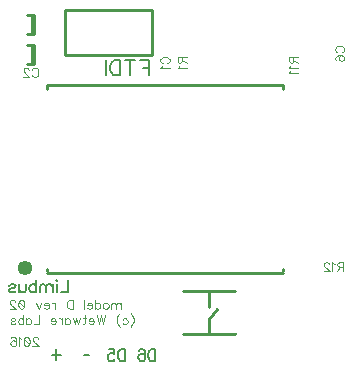
<source format=gbo>
G04 DipTrace 3.0.0.1*
G04 Limbus-modelD-rev02.GBO*
%MOMM*%
G04 #@! TF.FileFunction,Legend,Bot*
G04 #@! TF.Part,Single*
%ADD10C,0.25*%
%ADD40O,1.26985X1.26927*%
%ADD90C,0.11765*%
%ADD91C,0.15686*%
%ADD92C,0.19608*%
%FSLAX35Y35*%
G04*
G71*
G90*
G75*
G01*
G04 BotSilk*
%LPD*%
X2618889Y1645000D2*
D10*
X3051111D1*
X2618889Y1285000D2*
X3051111D1*
X3065000D2*
D3*
X1337292Y3571483D2*
Y3731323D1*
X1356204Y3571483D2*
Y3731323D1*
Y3571483D2*
X1296396D1*
X1356204Y3731323D2*
X1296396D1*
X1337292Y3825510D2*
Y3985350D1*
X1356204Y3825510D2*
Y3985350D1*
Y3825510D2*
X1296396D1*
X1356204Y3985350D2*
X1296396D1*
X2348130Y4029000D2*
X1617863D1*
Y3648000D1*
X2348130D1*
Y4029000D1*
X2710011Y1285021D2*
X2959989D1*
X2710011Y1644979D2*
X2959989D1*
X2835000Y1634983D2*
Y1514980D1*
Y1410022D2*
X2905028Y1494988D1*
X2835000Y1405024D2*
Y1285021D1*
X1465019Y1814017D2*
Y1837051D1*
X3464917Y3384015D2*
Y3360981D1*
X1465019Y3394002D2*
X3464917D1*
X1465019Y1804030D2*
X3464917D1*
X1465019Y3360981D2*
Y3384015D1*
X3464917Y1814017D2*
Y1837051D1*
D40*
X1275493Y1846715D3*
X2442105Y3576064D2*
D90*
X2434861Y3579686D1*
X2427533Y3587014D1*
X2423912Y3594258D1*
Y3608830D1*
X2427533Y3616158D1*
X2434862Y3623402D1*
X2442105Y3627108D1*
X2453055Y3630730D1*
X2471333D1*
X2482199Y3627108D1*
X2489527Y3623402D1*
X2496771Y3616158D1*
X2500477Y3608830D1*
Y3594258D1*
X2496771Y3587014D1*
X2489527Y3579686D1*
X2482199Y3576064D1*
X2438568Y3552535D2*
X2434861Y3545207D1*
X2423996Y3534257D1*
X2500477D1*
X1336254Y3519801D2*
X1339876Y3527045D1*
X1347204Y3534373D1*
X1354448Y3537995D1*
X1369020D1*
X1376348Y3534373D1*
X1383591Y3527045D1*
X1387298Y3519801D1*
X1390920Y3508851D1*
Y3490573D1*
X1387298Y3479708D1*
X1383591Y3472380D1*
X1376348Y3465136D1*
X1369020Y3461430D1*
X1354448D1*
X1347204Y3465136D1*
X1339876Y3472380D1*
X1336254Y3479708D1*
X1309018Y3519717D2*
Y3523339D1*
X1305396Y3530667D1*
X1301774Y3534289D1*
X1294446Y3537911D1*
X1279874D1*
X1272630Y3534289D1*
X1269009Y3530667D1*
X1265302Y3523339D1*
Y3516095D1*
X1269009Y3508767D1*
X1276252Y3497901D1*
X1312724Y3461430D1*
X1261680D1*
X3921602Y3668101D2*
X3914358Y3671723D1*
X3907030Y3679051D1*
X3903408Y3686295D1*
Y3700867D1*
X3907030Y3708195D1*
X3914358Y3715438D1*
X3921602Y3719145D1*
X3932552Y3722767D1*
X3950830Y3722766D1*
X3961696Y3719145D1*
X3969024Y3715438D1*
X3976268Y3708195D1*
X3979974Y3700866D1*
Y3686295D1*
X3976268Y3679051D1*
X3969024Y3671723D1*
X3961696Y3668101D1*
X3914358Y3600856D2*
X3907114Y3604478D1*
X3903492Y3615428D1*
Y3622672D1*
X3907114Y3633622D1*
X3918064Y3640950D1*
X3936258Y3644571D1*
X3954452D1*
X3969024Y3640949D1*
X3976352Y3633621D1*
X3979974Y3622671D1*
Y3619050D1*
X3976352Y3608184D1*
X3969024Y3600856D1*
X3958074Y3597234D1*
X3954452D1*
X3943502Y3600856D1*
X3936258Y3608184D1*
X3932636Y3619050D1*
Y3622672D1*
X3936258Y3633622D1*
X3943502Y3640950D1*
X3954452Y3644571D1*
X2605380Y3630676D2*
Y3597910D1*
X2601674Y3586960D1*
X2598052Y3583254D1*
X2590808Y3579632D1*
X2583480D1*
X2576236Y3583254D1*
X2572530Y3586960D1*
X2568908Y3597910D1*
Y3630676D1*
X2645474D1*
X2605380Y3605154D2*
X2645474Y3579632D1*
X2583564Y3556103D2*
X2579858Y3548775D1*
X2568992Y3537825D1*
X2645474D1*
X3549880Y3632329D2*
Y3599564D1*
X3546174Y3588614D1*
X3542552Y3584908D1*
X3535308Y3581286D1*
X3527980D1*
X3520736Y3584908D1*
X3517030Y3588614D1*
X3513408Y3599564D1*
Y3632330D1*
X3589974Y3632329D1*
X3549880Y3606808D2*
X3589974Y3581286D1*
X3528064Y3557756D2*
X3524358Y3550428D1*
X3513492Y3539478D1*
X3589974D1*
X3528064Y3515949D2*
X3524358Y3508621D1*
X3513492Y3497671D1*
X3589974D1*
X3972649Y1855447D2*
X3939883D1*
X3928933Y1859153D1*
X3925227Y1862775D1*
X3921605Y1870019D1*
Y1877347D1*
X3925227Y1884591D1*
X3928933Y1888297D1*
X3939883Y1891919D1*
X3972649D1*
Y1815353D1*
X3947127Y1855447D2*
X3921605Y1815353D1*
X3898076Y1877262D2*
X3890748Y1880969D1*
X3879798Y1891834D1*
Y1815353D1*
X3852562Y1873641D2*
Y1877262D1*
X3848940Y1884591D1*
X3845318Y1888212D1*
X3837990Y1891834D1*
X3823418D1*
X3816174Y1888212D1*
X3812552Y1884591D1*
X3808846Y1877262D1*
Y1870019D1*
X3812552Y1862691D1*
X3819796Y1851825D1*
X3856268Y1815353D1*
X3805224D1*
X1641635Y1738110D2*
D91*
Y1636022D1*
X1583347D1*
X1551975Y1738110D2*
X1547145Y1733281D1*
X1542204Y1738110D1*
X1547145Y1743051D1*
X1551975Y1738110D1*
X1547145Y1704081D2*
Y1636022D1*
X1510831Y1704081D2*
Y1636022D1*
Y1684651D2*
X1496231Y1699251D1*
X1486461Y1704081D1*
X1471973D1*
X1462202Y1699251D1*
X1457373Y1684651D1*
Y1636022D1*
Y1684651D2*
X1442773Y1699251D1*
X1433002Y1704081D1*
X1418514D1*
X1408744Y1699251D1*
X1403802Y1684651D1*
Y1636022D1*
X1372430Y1738110D2*
Y1636022D1*
Y1689481D2*
X1362659Y1699251D1*
X1353000Y1704081D1*
X1338400D1*
X1328742Y1699251D1*
X1318971Y1689481D1*
X1314142Y1674881D1*
Y1665222D1*
X1318971Y1650622D1*
X1328742Y1640964D1*
X1338400Y1636022D1*
X1353000D1*
X1362659Y1640964D1*
X1372430Y1650622D1*
X1282769Y1704081D2*
Y1655451D1*
X1277940Y1640964D1*
X1268169Y1636022D1*
X1253569D1*
X1243911Y1640964D1*
X1229311Y1655451D1*
Y1704081D2*
Y1636022D1*
X1144480Y1689481D2*
X1149309Y1699251D1*
X1163909Y1704081D1*
X1178509D1*
X1193109Y1699251D1*
X1197938Y1689481D1*
X1193109Y1679822D1*
X1183338Y1674881D1*
X1159080Y1670051D1*
X1149309Y1665222D1*
X1144480Y1655451D1*
Y1650622D1*
X1149309Y1640964D1*
X1163909Y1636022D1*
X1178509D1*
X1193109Y1640964D1*
X1197938Y1650622D1*
X2089057Y1548690D2*
D90*
Y1497646D1*
Y1534118D2*
X2078107Y1545068D1*
X2070779Y1548690D1*
X2059913D1*
X2052585Y1545068D1*
X2048963Y1534118D1*
Y1497646D1*
Y1534118D2*
X2038013Y1545068D1*
X2030685Y1548690D1*
X2019819D1*
X2012491Y1545068D1*
X2008785Y1534118D1*
Y1497646D1*
X1967061Y1548690D2*
X1974305Y1545068D1*
X1981633Y1537740D1*
X1985255Y1526790D1*
Y1519546D1*
X1981633Y1508596D1*
X1974305Y1501352D1*
X1967061Y1497646D1*
X1956111D1*
X1948783Y1501352D1*
X1941540Y1508596D1*
X1937833Y1519546D1*
Y1526790D1*
X1941540Y1537740D1*
X1948783Y1545068D1*
X1956111Y1548690D1*
X1967061D1*
X1870588Y1574212D2*
Y1497646D1*
Y1537740D2*
X1877832Y1545068D1*
X1885160Y1548690D1*
X1896110D1*
X1903354Y1545068D1*
X1910682Y1537740D1*
X1914304Y1526790D1*
Y1519546D1*
X1910682Y1508596D1*
X1903354Y1501352D1*
X1896110Y1497646D1*
X1885160D1*
X1877832Y1501352D1*
X1870588Y1508596D1*
X1847059Y1526790D2*
X1803343D1*
Y1534118D1*
X1806965Y1541446D1*
X1810587Y1545068D1*
X1817915Y1548690D1*
X1828865D1*
X1836109Y1545068D1*
X1843437Y1537740D1*
X1847059Y1526790D1*
Y1519546D1*
X1843437Y1508596D1*
X1836109Y1501352D1*
X1828865Y1497646D1*
X1817915D1*
X1810587Y1501352D1*
X1803343Y1508596D1*
X1779814Y1574212D2*
Y1497646D1*
X1682216Y1574212D2*
Y1497646D1*
X1656694D1*
X1645744Y1501352D1*
X1638416Y1508596D1*
X1634794Y1515924D1*
X1631172Y1526790D1*
Y1545068D1*
X1634794Y1556018D1*
X1638416Y1563262D1*
X1645744Y1570590D1*
X1656694Y1574212D1*
X1682216D1*
X1533575Y1548690D2*
Y1497646D1*
Y1526790D2*
X1529869Y1537740D1*
X1522625Y1545068D1*
X1515297Y1548690D1*
X1504347D1*
X1480818Y1526790D2*
X1437102D1*
Y1534118D1*
X1440724Y1541446D1*
X1444346Y1545068D1*
X1451674Y1548690D1*
X1462624D1*
X1469868Y1545068D1*
X1477196Y1537740D1*
X1480818Y1526790D1*
Y1519546D1*
X1477196Y1508596D1*
X1469868Y1501352D1*
X1462624Y1497646D1*
X1451674D1*
X1444346Y1501352D1*
X1437102Y1508596D1*
X1413573Y1548690D2*
X1391673Y1497646D1*
X1369857Y1548690D1*
X1250359Y1574127D2*
X1261309Y1570505D1*
X1268638Y1559555D1*
X1272259Y1541362D1*
Y1530412D1*
X1268638Y1512218D1*
X1261309Y1501268D1*
X1250359Y1497646D1*
X1243116D1*
X1232166Y1501268D1*
X1224922Y1512218D1*
X1221216Y1530412D1*
Y1541362D1*
X1224922Y1559555D1*
X1232166Y1570505D1*
X1243116Y1574127D1*
X1250359D1*
X1224922Y1559555D2*
X1268638Y1512218D1*
X1193980Y1555934D2*
Y1559555D1*
X1190358Y1566884D1*
X1186736Y1570505D1*
X1179408Y1574127D1*
X1164836D1*
X1157592Y1570505D1*
X1153970Y1566884D1*
X1150264Y1559555D1*
Y1552312D1*
X1153970Y1544984D1*
X1161214Y1534118D1*
X1197686Y1497646D1*
X1146642D1*
X1387655Y1241040D2*
Y1244662D1*
X1384033Y1251990D1*
X1380411Y1255612D1*
X1373083Y1259234D1*
X1358511D1*
X1351267Y1255612D1*
X1347645Y1251990D1*
X1343939Y1244662D1*
Y1237418D1*
X1347645Y1230090D1*
X1354889Y1219224D1*
X1391361Y1182753D1*
X1340317D1*
X1294887Y1259234D2*
X1305837Y1255612D1*
X1313166Y1244662D1*
X1316787Y1226468D1*
Y1215518D1*
X1313166Y1197324D1*
X1305837Y1186374D1*
X1294887Y1182753D1*
X1287644D1*
X1276694Y1186374D1*
X1269450Y1197324D1*
X1265744Y1215518D1*
Y1226468D1*
X1269450Y1244662D1*
X1276694Y1255612D1*
X1287644Y1259234D1*
X1294887D1*
X1269450Y1244662D2*
X1313166Y1197324D1*
X1242214Y1244662D2*
X1234886Y1248368D1*
X1223936Y1259234D1*
Y1182753D1*
X1156691Y1248368D2*
X1160313Y1255612D1*
X1171263Y1259234D1*
X1178507D1*
X1189457Y1255612D1*
X1196785Y1244662D1*
X1200407Y1226468D1*
Y1208274D1*
X1196785Y1193703D1*
X1189457Y1186374D1*
X1178507Y1182753D1*
X1174885D1*
X1164019Y1186374D1*
X1156691Y1193703D1*
X1153069Y1204653D1*
Y1208274D1*
X1156691Y1219224D1*
X1164019Y1226468D1*
X1174885Y1230090D1*
X1178507D1*
X1189457Y1226468D1*
X1196785Y1219224D1*
X1200407Y1208274D1*
X2170701Y1463381D2*
X2178029Y1456137D1*
X2185273Y1445187D1*
X2192601Y1430615D1*
X2196223Y1412337D1*
Y1397765D1*
X2192601Y1379571D1*
X2185273Y1364999D1*
X2178029Y1354049D1*
X2170701Y1346806D1*
X2103372Y1406946D2*
X2110700Y1414274D1*
X2118028Y1417896D1*
X2128893D1*
X2136222Y1414274D1*
X2143465Y1406946D1*
X2147172Y1395996D1*
Y1388753D1*
X2143465Y1377803D1*
X2136222Y1370559D1*
X2128893Y1366853D1*
X2118028D1*
X2110700Y1370559D1*
X2103372Y1377803D1*
X2079842Y1463381D2*
X2072514Y1456137D1*
X2065270Y1445187D1*
X2057942Y1430615D1*
X2054320Y1412337D1*
Y1397765D1*
X2057942Y1379571D1*
X2065270Y1364999D1*
X2072514Y1354049D1*
X2079842Y1346806D1*
X1956723Y1443418D2*
X1938445Y1366853D1*
X1920251Y1443418D1*
X1902057Y1366853D1*
X1883779Y1443418D1*
X1860250Y1395996D2*
X1816534D1*
Y1403324D1*
X1820156Y1410653D1*
X1823778Y1414274D1*
X1831106Y1417896D1*
X1842056D1*
X1849300Y1414274D1*
X1856628Y1406946D1*
X1860250Y1395996D1*
Y1388753D1*
X1856628Y1377803D1*
X1849300Y1370559D1*
X1842056Y1366853D1*
X1831106D1*
X1823778Y1370559D1*
X1816534Y1377803D1*
X1782054Y1443418D2*
Y1381424D1*
X1778433Y1370559D1*
X1771104Y1366853D1*
X1763861D1*
X1793004Y1417896D2*
X1767483D1*
X1740331D2*
X1725759Y1366853D1*
X1711187Y1417896D1*
X1696615Y1366853D1*
X1682044Y1417896D1*
X1614798D2*
Y1366853D1*
Y1406946D2*
X1622042Y1414274D1*
X1629370Y1417896D1*
X1640236D1*
X1647564Y1414274D1*
X1654808Y1406946D1*
X1658514Y1395996D1*
Y1388753D1*
X1654808Y1377803D1*
X1647564Y1370559D1*
X1640236Y1366853D1*
X1629370D1*
X1622042Y1370559D1*
X1614798Y1377803D1*
X1591269Y1417896D2*
Y1366853D1*
Y1395996D2*
X1587563Y1406946D1*
X1580319Y1414274D1*
X1572991Y1417896D1*
X1562041D1*
X1538511Y1395996D2*
X1494796D1*
Y1403324D1*
X1498418Y1410653D1*
X1502040Y1414274D1*
X1509368Y1417896D1*
X1520318D1*
X1527561Y1414274D1*
X1534890Y1406946D1*
X1538511Y1395996D1*
Y1388753D1*
X1534890Y1377803D1*
X1527561Y1370559D1*
X1520318Y1366853D1*
X1509368D1*
X1502040Y1370559D1*
X1494796Y1377803D1*
X1397198Y1443418D2*
Y1366853D1*
X1353483D1*
X1286237Y1417896D2*
Y1366853D1*
Y1406946D2*
X1293481Y1414274D1*
X1300809Y1417896D1*
X1311675D1*
X1319003Y1414274D1*
X1326247Y1406946D1*
X1329953Y1395996D1*
Y1388753D1*
X1326247Y1377803D1*
X1319003Y1370559D1*
X1311675Y1366853D1*
X1300809D1*
X1293481Y1370559D1*
X1286237Y1377803D1*
X1262708Y1443418D2*
Y1366853D1*
Y1406946D2*
X1255380Y1414274D1*
X1248136Y1417896D1*
X1237186D1*
X1229942Y1414274D1*
X1222614Y1406946D1*
X1218992Y1395996D1*
Y1388753D1*
X1222614Y1377803D1*
X1229942Y1370559D1*
X1237186Y1366853D1*
X1248136D1*
X1255380Y1370559D1*
X1262708Y1377803D1*
X1155369Y1406946D2*
X1158991Y1414274D1*
X1169941Y1417896D1*
X1180891D1*
X1191841Y1414274D1*
X1195463Y1406946D1*
X1191841Y1399703D1*
X1184513Y1395996D1*
X1166319Y1392374D1*
X1158991Y1388753D1*
X1155369Y1381424D1*
Y1377803D1*
X1158991Y1370559D1*
X1169941Y1366853D1*
X1180891D1*
X1191841Y1370559D1*
X1195463Y1377803D1*
X1822586Y1109947D2*
D91*
X1774855D1*
X1543166Y1153690D2*
Y1066203D1*
X1580301Y1109890D2*
X1505936D1*
X2380884Y1156047D2*
Y1053959D1*
X2350938D1*
X2338090Y1058900D1*
X2329492Y1068559D1*
X2325242Y1078330D1*
X2320992Y1092817D1*
Y1117188D1*
X2325242Y1131788D1*
X2329492Y1141447D1*
X2338090Y1151217D1*
X2350938Y1156047D1*
X2380884D1*
X2242091Y1141447D2*
X2246341Y1151105D1*
X2259189Y1155934D1*
X2267688D1*
X2280536Y1151105D1*
X2289135Y1136505D1*
X2293384Y1112247D1*
Y1087988D1*
X2289135Y1068559D1*
X2280536Y1058788D1*
X2267688Y1053959D1*
X2263439D1*
X2250689Y1058788D1*
X2242091Y1068559D1*
X2237841Y1083159D1*
Y1087988D1*
X2242091Y1102588D1*
X2250689Y1112247D1*
X2263439Y1117076D1*
X2267688D1*
X2280536Y1112247D1*
X2289135Y1102588D1*
X2293384Y1087988D1*
X2123327Y1156047D2*
Y1053959D1*
X2093381D1*
X2080533Y1058900D1*
X2071935Y1068559D1*
X2067685Y1078330D1*
X2063436Y1092817D1*
Y1117188D1*
X2067685Y1131788D1*
X2071935Y1141447D1*
X2080533Y1151217D1*
X2093381Y1156047D1*
X2123327D1*
X1984535Y1155934D2*
X2027230D1*
X2031479Y1112247D1*
X2027230Y1117076D1*
X2014382Y1122017D1*
X2001632D1*
X1988784Y1117076D1*
X1980186Y1107417D1*
X1975936Y1092817D1*
Y1083159D1*
X1980186Y1068559D1*
X1988784Y1058788D1*
X2001632Y1053959D1*
X2014382D1*
X2027230Y1058788D1*
X2031479Y1063730D1*
X2035828Y1073388D1*
X2247989Y3601533D2*
D92*
X2327026D1*
Y3473923D1*
Y3540746D2*
X2278453D1*
X2166237Y3601533D2*
Y3473923D1*
X2208774Y3601533D2*
X2123701D1*
X2084485D2*
Y3473923D1*
X2041948D1*
X2023698Y3480100D1*
X2011485Y3492173D1*
X2005448Y3504387D1*
X1999412Y3522496D1*
Y3552960D1*
X2005448Y3571210D1*
X2011485Y3583283D1*
X2023698Y3595496D1*
X2041948Y3601533D1*
X2084485D1*
X1960196D2*
Y3473923D1*
M02*

</source>
